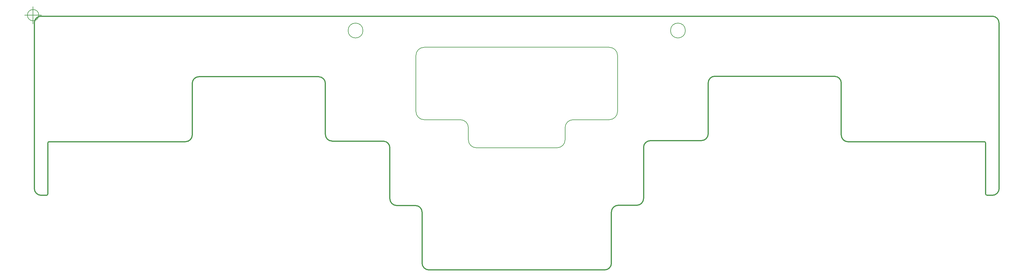
<source format=gm1>
G04 #@! TF.GenerationSoftware,KiCad,Pcbnew,(6.0.10-0)*
G04 #@! TF.CreationDate,2023-02-22T14:57:35+09:00*
G04 #@! TF.ProjectId,Sandy_Middle,53616e64-795f-44d6-9964-646c652e6b69,v.0*
G04 #@! TF.SameCoordinates,Original*
G04 #@! TF.FileFunction,Profile,NP*
%FSLAX46Y46*%
G04 Gerber Fmt 4.6, Leading zero omitted, Abs format (unit mm)*
G04 Created by KiCad (PCBNEW (6.0.10-0)) date 2023-02-22 14:57:35*
%MOMM*%
%LPD*%
G01*
G04 APERTURE LIST*
G04 #@! TA.AperFunction,Profile*
%ADD10C,0.150000*%
G04 #@! TD*
G04 #@! TA.AperFunction,Profile*
%ADD11C,0.300000*%
G04 #@! TD*
G04 APERTURE END LIST*
D10*
X22725101Y-21050280D02*
G75*
G03*
X22725101Y-21050280I-1666666J0D01*
G01*
X18558435Y-21050280D02*
X23558435Y-21050280D01*
X21058435Y-18550280D02*
X21058435Y-23550280D01*
D11*
X222488435Y-39137882D02*
X257808435Y-39148668D01*
X128458435Y-77425240D02*
X133983435Y-77425240D01*
X304408435Y-21350240D02*
X23408435Y-21350240D01*
D10*
X152027185Y-60340862D02*
X175839685Y-60340947D01*
D11*
X193908435Y-77364454D02*
X199408435Y-77354454D01*
X68078435Y-56536026D02*
X68078435Y-41264454D01*
X259808435Y-56550240D02*
X259808435Y-41148668D01*
D10*
X136549060Y-30575280D02*
X191317810Y-30575280D01*
D11*
X302462971Y-58921812D02*
X302462971Y-73999937D01*
X109398435Y-58350240D02*
X124458435Y-58350240D01*
X220488435Y-56212882D02*
X220488435Y-41137882D01*
X201408435Y-75354454D02*
X201408435Y-60222882D01*
X135983435Y-94500240D02*
X135983435Y-79425240D01*
D10*
X180602185Y-52006615D02*
X191317810Y-52006500D01*
X134167810Y-32956530D02*
X134167810Y-49625250D01*
D11*
X21422649Y-72399937D02*
X21408435Y-23350240D01*
X25403899Y-58921812D02*
X25403899Y-73999937D01*
D10*
X178220935Y-54387865D02*
X178220935Y-57959697D01*
D11*
X70078435Y-39264454D02*
X105398435Y-39275240D01*
D10*
X136549060Y-52006645D02*
X147264685Y-52006530D01*
D11*
X23422649Y-74399937D02*
X25003899Y-74399937D01*
D10*
X193699060Y-32956530D02*
X193699060Y-49625250D01*
D11*
X191908435Y-94496026D02*
X191908435Y-79364454D01*
X203408435Y-58222882D02*
X218488435Y-58212882D01*
X306444221Y-72399937D02*
X306408435Y-23350240D01*
X107398435Y-56350240D02*
X107398435Y-41275240D01*
X304444221Y-74399937D02*
X302862971Y-74399937D01*
X137983435Y-96500240D02*
X189908435Y-96496026D01*
X302062971Y-58521812D02*
X261808435Y-58550240D01*
X126458435Y-75425240D02*
X126458435Y-60350240D01*
X25803899Y-58521812D02*
X66078435Y-58536026D01*
D10*
X149645935Y-54387780D02*
X149645935Y-57959612D01*
D11*
X126458435Y-60350240D02*
G75*
G03*
X124458435Y-58350240I-1999999J1D01*
G01*
D10*
X175839685Y-60340950D02*
G75*
G03*
X178220935Y-57959697I-20J2381270D01*
G01*
D11*
X189908435Y-96496020D02*
G75*
G03*
X191908435Y-94496026I90J1999910D01*
G01*
X107398435Y-41275240D02*
G75*
G03*
X105398435Y-39275240I-1999999J1D01*
G01*
D10*
X149645935Y-57959612D02*
G75*
G03*
X152027185Y-60340862I2381223J-27D01*
G01*
D11*
X222488435Y-39137880D02*
G75*
G03*
X220488435Y-41137882I0J-2000000D01*
G01*
X302462978Y-73999937D02*
G75*
G03*
X302862971Y-74399937I399857J-143D01*
G01*
X304444221Y-74399966D02*
G75*
G03*
X306444221Y-72399937I14J1999986D01*
G01*
X23408435Y-21350240D02*
G75*
G03*
X21408435Y-23350240I-1J-1999999D01*
G01*
X199408435Y-77354480D02*
G75*
G03*
X201408435Y-75354454I-100J2000100D01*
G01*
X25803899Y-58521812D02*
G75*
G03*
X25403899Y-58921812I-1J-399999D01*
G01*
D10*
X193699065Y-32956530D02*
G75*
G03*
X191317810Y-30575280I-2381280J-30D01*
G01*
D11*
X218488435Y-58212880D02*
G75*
G03*
X220488435Y-56212882I0J2000000D01*
G01*
X302462903Y-58921812D02*
G75*
G03*
X302062971Y-58521812I-399968J32D01*
G01*
X259808475Y-56550240D02*
G75*
G03*
X261808435Y-58550240I1999860J-140D01*
G01*
X135983435Y-94500240D02*
G75*
G03*
X137983435Y-96500240I1999999J-1D01*
G01*
D10*
X180602185Y-52006610D02*
G75*
G03*
X178220935Y-54387865I-90J-2381160D01*
G01*
D11*
X107398435Y-56350240D02*
G75*
G03*
X109398435Y-58350240I1999999J-1D01*
G01*
X126458435Y-75425240D02*
G75*
G03*
X128458435Y-77425240I1999999J-1D01*
G01*
D10*
X136549060Y-30575280D02*
G75*
G03*
X134167810Y-32956530I-44J-2381206D01*
G01*
D11*
X306408475Y-23350240D02*
G75*
G03*
X304408435Y-21350240I-2000140J-140D01*
G01*
X70078435Y-39264454D02*
G75*
G03*
X68078435Y-41264454I-1J-1999999D01*
G01*
X66078435Y-58536026D02*
G75*
G03*
X68078435Y-56536026I1J1999999D01*
G01*
D10*
X191317810Y-52006505D02*
G75*
G03*
X193699060Y-49625250I-75J2381325D01*
G01*
D11*
X193908435Y-77364480D02*
G75*
G03*
X191908435Y-79364454I-100J-1999900D01*
G01*
X259808447Y-41148668D02*
G75*
G03*
X257808435Y-39148668I-2000112J-112D01*
G01*
D10*
X134167810Y-49625250D02*
G75*
G03*
X136549060Y-52006500I2381168J-82D01*
G01*
D11*
X135983435Y-79425240D02*
G75*
G03*
X133983435Y-77425240I-1999999J1D01*
G01*
X21422649Y-72399937D02*
G75*
G03*
X23422649Y-74399937I1999999J-1D01*
G01*
D10*
X149645935Y-54387780D02*
G75*
G03*
X147264685Y-52006530I-2381199J51D01*
G01*
D11*
X25003899Y-74399937D02*
G75*
G03*
X25403899Y-73999937I1J399999D01*
G01*
X203408435Y-58222880D02*
G75*
G03*
X201408435Y-60222882I0J-2000000D01*
G01*
D10*
X213758435Y-25600240D02*
G75*
G03*
X213758435Y-25600240I-2200000J0D01*
G01*
X118508435Y-25600240D02*
G75*
G03*
X118508435Y-25600240I-2200000J0D01*
G01*
M02*

</source>
